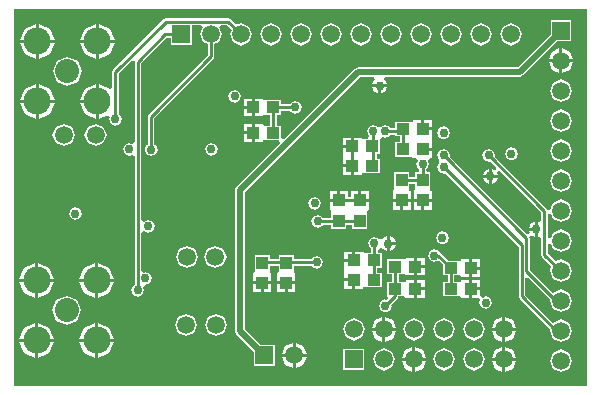
<source format=gbl>
%FSLAX43Y43*%
%MOMM*%
G71*
G01*
G75*
G04 Layer_Physical_Order=4*
G04 Layer_Color=16711680*
%ADD10O,1.500X0.600*%
%ADD11R,1.500X0.600*%
%ADD12O,1.800X0.300*%
%ADD13O,0.300X1.800*%
%ADD14O,0.700X1.500*%
%ADD15R,0.700X1.500*%
%ADD16R,0.350X1.200*%
%ADD17R,1.000X1.100*%
%ADD18R,2.541X1.500*%
%ADD19R,1.500X1.500*%
%ADD20R,1.150X0.450*%
%ADD21R,1.700X1.100*%
%ADD22R,1.100X1.000*%
%ADD23C,0.254*%
%ADD24C,0.500*%
%ADD25C,1.000*%
%ADD26C,0.762*%
%ADD27C,1.500*%
%ADD28R,1.500X1.500*%
%ADD29C,2.286*%
%ADD30C,2.032*%
%ADD31C,0.254*%
%ADD32C,1.016*%
%ADD33C,1.524*%
%ADD34C,1.916*%
G04:AMPARAMS|DCode=35|XSize=2.424mm|YSize=2.424mm|CornerRadius=0mm|HoleSize=0mm|Usage=FLASHONLY|Rotation=0.000|XOffset=0mm|YOffset=0mm|HoleType=Round|Shape=Relief|Width=0.254mm|Gap=0.254mm|Entries=4|*
%AMTHD35*
7,0,0,2.424,1.916,0.254,45*
%
%ADD35THD35*%
G04:AMPARAMS|DCode=36|XSize=2.032mm|YSize=2.032mm|CornerRadius=0mm|HoleSize=0mm|Usage=FLASHONLY|Rotation=0.000|XOffset=0mm|YOffset=0mm|HoleType=Round|Shape=Relief|Width=0.254mm|Gap=0.254mm|Entries=4|*
%AMTHD36*
7,0,0,2.032,1.524,0.254,45*
%
%ADD36THD36*%
%ADD37C,2.718*%
%ADD38C,2.516*%
%ADD39C,1.219*%
G36*
X76625Y38075D02*
X76625Y38075D01*
X76625Y38075D01*
X76615Y38050D01*
X28150D01*
Y69900D01*
X28150Y69900D01*
X28150Y69900D01*
X28160Y69925D01*
X76625D01*
Y38075D01*
D02*
G37*
%LPC*%
G36*
X34988Y46838D02*
X33655D01*
X34046Y45896D01*
X34988Y45506D01*
Y46838D01*
D02*
G37*
G36*
X36575D02*
X35242D01*
Y45506D01*
X36184Y45896D01*
X36575Y46838D01*
D02*
G37*
G36*
X29908D02*
X28576D01*
X28966Y45896D01*
X29908Y45506D01*
Y46838D01*
D02*
G37*
G36*
X31494D02*
X30162D01*
Y45506D01*
X31104Y45896D01*
X31494Y46838D01*
D02*
G37*
G36*
X51054Y46609D02*
X50427D01*
Y45932D01*
X51054D01*
Y46609D01*
D02*
G37*
G36*
X51935D02*
X51308D01*
Y45932D01*
X51935D01*
Y46609D01*
D02*
G37*
G36*
X49022D02*
X48395D01*
Y45932D01*
X49022D01*
Y46609D01*
D02*
G37*
G36*
X49903D02*
X49276D01*
Y45932D01*
X49903D01*
Y46609D01*
D02*
G37*
G36*
X59563Y43833D02*
Y42926D01*
X60470D01*
X60204Y43567D01*
X59563Y43833D01*
D02*
G37*
G36*
X69469D02*
X68828Y43567D01*
X68562Y42926D01*
X69469D01*
Y43833D01*
D02*
G37*
G36*
X45225Y44149D02*
X44554Y43871D01*
X44276Y43200D01*
X44554Y42529D01*
X45225Y42251D01*
X45896Y42529D01*
X46174Y43200D01*
X45896Y43871D01*
X45225Y44149D01*
D02*
G37*
G36*
X59309Y43833D02*
X58668Y43567D01*
X58402Y42926D01*
X59309D01*
Y43833D01*
D02*
G37*
G36*
X67606Y46101D02*
X66929D01*
Y45474D01*
X67447D01*
X67475Y45433D01*
D01*
X67588Y45263D01*
X67500Y45050D01*
X67661Y44661D01*
X68050Y44500D01*
X68439Y44661D01*
X68600Y45050D01*
X68439Y45439D01*
X68050Y45600D01*
X67817Y45503D01*
X67655Y45612D01*
Y45612D01*
X67606Y45645D01*
Y46101D01*
D02*
G37*
G36*
X62907D02*
X62230D01*
Y45474D01*
X62907D01*
Y46101D01*
D02*
G37*
G36*
X69723Y43833D02*
Y42926D01*
X70630D01*
X70364Y43567D01*
X69723Y43833D01*
D02*
G37*
G36*
X32575Y45662D02*
X31700Y45300D01*
X31338Y44425D01*
X31700Y43550D01*
X32575Y43188D01*
X33450Y43550D01*
X33812Y44425D01*
X33450Y45300D01*
X32575Y45662D01*
D02*
G37*
G36*
X56769Y46863D02*
X56092D01*
Y46236D01*
X56769D01*
Y46863D01*
D02*
G37*
G36*
X42775Y49874D02*
X42104Y49596D01*
X41826Y48925D01*
X42104Y48254D01*
X42775Y47976D01*
X43446Y48254D01*
X43724Y48925D01*
X43446Y49596D01*
X42775Y49874D01*
D02*
G37*
G36*
X45175D02*
X44504Y49596D01*
X44226Y48925D01*
X44504Y48254D01*
X45175Y47976D01*
X45846Y48254D01*
X46124Y48925D01*
X45846Y49596D01*
X45175Y49874D01*
D02*
G37*
G36*
X61973Y48879D02*
X61296D01*
Y48752D01*
X61077D01*
Y48752D01*
X59723D01*
Y47498D01*
X60128D01*
Y46855D01*
X59726D01*
Y45601D01*
X59726Y45601D01*
X59726D01*
X59765Y45507D01*
X59585Y45327D01*
X59555Y45340D01*
X59166Y45179D01*
X59005Y44790D01*
X59166Y44401D01*
X59555Y44240D01*
X59944Y44401D01*
X60105Y44790D01*
X60058Y44904D01*
X60597Y45444D01*
X60597Y45444D01*
X60621Y45501D01*
X60663Y45601D01*
X61080D01*
Y45601D01*
X61172D01*
X61299Y45474D01*
Y45474D01*
X61976D01*
Y46228D01*
Y46982D01*
X61299D01*
Y46855D01*
X61080D01*
Y46855D01*
X60678D01*
Y47498D01*
X61077D01*
Y47498D01*
X61169D01*
X61296Y47371D01*
Y47371D01*
X61973D01*
Y48125D01*
Y48879D01*
D02*
G37*
G36*
X62904Y47998D02*
X62227D01*
Y47371D01*
X62904D01*
Y47998D01*
D02*
G37*
G36*
X51808Y49113D02*
X50554D01*
Y48750D01*
X49776D01*
Y49113D01*
X48522D01*
Y47759D01*
X48522D01*
Y47667D01*
X48395Y47540D01*
X48395D01*
Y46863D01*
X49903D01*
Y47540D01*
X49776D01*
Y47759D01*
X49776D01*
Y48200D01*
X50554D01*
Y47759D01*
X50554D01*
Y47667D01*
X50427Y47540D01*
X50427D01*
Y46863D01*
X51935D01*
Y47540D01*
X51808D01*
Y47759D01*
X51808D01*
Y48200D01*
X53324D01*
X53371Y48086D01*
X53760Y47925D01*
X54149Y48086D01*
X54310Y48475D01*
X54149Y48864D01*
X53760Y49025D01*
X53371Y48864D01*
X53324Y48750D01*
X51808D01*
Y49113D01*
D02*
G37*
G36*
X56769Y49395D02*
X56092D01*
Y48768D01*
X56769D01*
Y49395D01*
D02*
G37*
G36*
X67604Y48754D02*
X66927D01*
Y48127D01*
X67604D01*
Y48754D01*
D02*
G37*
G36*
X62904Y48879D02*
X62227D01*
Y48252D01*
X62904D01*
Y48879D01*
D02*
G37*
G36*
X29908Y48424D02*
X28966Y48034D01*
X28576Y47092D01*
X29908D01*
Y48424D01*
D02*
G37*
G36*
X30162D02*
Y47092D01*
X31494D01*
X31104Y48034D01*
X30162Y48424D01*
D02*
G37*
G36*
X62907Y46982D02*
X62230D01*
Y46355D01*
X62907D01*
Y46982D01*
D02*
G37*
G36*
X67606D02*
X66929D01*
Y46355D01*
X67606D01*
Y46982D01*
D02*
G37*
G36*
X63725Y49600D02*
X63336Y49439D01*
X63175Y49050D01*
X63336Y48661D01*
X63725Y48500D01*
X64069Y48643D01*
X64423Y48288D01*
Y47373D01*
X64827D01*
Y46855D01*
X64425D01*
Y45601D01*
X65779D01*
Y45601D01*
X65871D01*
X65998Y45474D01*
Y45474D01*
X66675D01*
Y46228D01*
Y46982D01*
X65998D01*
Y46855D01*
X65779D01*
Y46855D01*
X65377D01*
Y47373D01*
X65777D01*
Y47373D01*
X65869D01*
X65996Y47246D01*
Y47246D01*
X66673D01*
Y48000D01*
Y48754D01*
X65996D01*
Y48627D01*
X65777D01*
Y48627D01*
X64862D01*
X64244Y49244D01*
X64184Y49269D01*
X64114Y49439D01*
X63725Y49600D01*
D02*
G37*
G36*
X67604Y47873D02*
X66927D01*
Y47246D01*
X67604D01*
Y47873D01*
D02*
G37*
G36*
X34988Y48424D02*
X34046Y48034D01*
X33655Y47092D01*
X34988D01*
Y48424D01*
D02*
G37*
G36*
X35242D02*
Y47092D01*
X36575D01*
X36184Y48034D01*
X35242Y48424D01*
D02*
G37*
G36*
X42675Y44149D02*
X42004Y43871D01*
X41726Y43200D01*
X42004Y42529D01*
X42675Y42251D01*
X43346Y42529D01*
X43624Y43200D01*
X43346Y43871D01*
X42675Y44149D01*
D02*
G37*
G36*
X52899Y40473D02*
X51992D01*
Y39566D01*
X52633Y39832D01*
X52899Y40473D01*
D02*
G37*
G36*
X61849Y41293D02*
X61208Y41027D01*
X60942Y40386D01*
X61849D01*
Y41293D01*
D02*
G37*
G36*
X57773Y41136D02*
X56019D01*
Y39382D01*
X57773D01*
Y41136D01*
D02*
G37*
G36*
X51738Y40473D02*
X50831D01*
X51097Y39832D01*
X51738Y39566D01*
Y40473D01*
D02*
G37*
G36*
X69723Y41293D02*
Y40386D01*
X70630D01*
X70364Y41027D01*
X69723Y41293D01*
D02*
G37*
G36*
X29908Y41758D02*
X28576D01*
X28966Y40816D01*
X29908Y40425D01*
Y41758D01*
D02*
G37*
G36*
X62103Y41293D02*
Y40386D01*
X63010D01*
X62744Y41027D01*
X62103Y41293D01*
D02*
G37*
G36*
X69469D02*
X68828Y41027D01*
X68562Y40386D01*
X69469D01*
Y41293D01*
D02*
G37*
G36*
X63010Y40132D02*
X62103D01*
Y39225D01*
X62744Y39491D01*
X63010Y40132D01*
D02*
G37*
G36*
X69469D02*
X68562D01*
X68828Y39491D01*
X69469Y39225D01*
Y40132D01*
D02*
G37*
G36*
X74425Y41109D02*
X73754Y40831D01*
X73476Y40160D01*
X73754Y39489D01*
X74425Y39211D01*
X75096Y39489D01*
X75374Y40160D01*
X75096Y40831D01*
X74425Y41109D01*
D02*
G37*
G36*
X61849Y40132D02*
X60942D01*
X61208Y39491D01*
X61849Y39225D01*
Y40132D01*
D02*
G37*
G36*
X64516Y41208D02*
X63845Y40930D01*
X63567Y40259D01*
X63845Y39588D01*
X64516Y39310D01*
X65187Y39588D01*
X65465Y40259D01*
X65187Y40930D01*
X64516Y41208D01*
D02*
G37*
G36*
X67056D02*
X66385Y40930D01*
X66107Y40259D01*
X66385Y39588D01*
X67056Y39310D01*
X67727Y39588D01*
X68005Y40259D01*
X67727Y40930D01*
X67056Y41208D01*
D02*
G37*
G36*
X70630Y40132D02*
X69723D01*
Y39225D01*
X70364Y39491D01*
X70630Y40132D01*
D02*
G37*
G36*
X59436Y41208D02*
X58765Y40930D01*
X58487Y40259D01*
X58765Y39588D01*
X59436Y39310D01*
X60107Y39588D01*
X60385Y40259D01*
X60107Y40930D01*
X59436Y41208D01*
D02*
G37*
G36*
X31494Y41758D02*
X30162D01*
Y40425D01*
X31104Y40816D01*
X31494Y41758D01*
D02*
G37*
G36*
X64516Y43748D02*
X63845Y43470D01*
X63567Y42799D01*
X63845Y42128D01*
X64516Y41850D01*
X65187Y42128D01*
X65465Y42799D01*
X65187Y43470D01*
X64516Y43748D01*
D02*
G37*
G36*
X67056D02*
X66385Y43470D01*
X66107Y42799D01*
X66385Y42128D01*
X67056Y41850D01*
X67727Y42128D01*
X68005Y42799D01*
X67727Y43470D01*
X67056Y43748D01*
D02*
G37*
G36*
X56896D02*
X56225Y43470D01*
X55947Y42799D01*
X56225Y42128D01*
X56896Y41850D01*
X57567Y42128D01*
X57845Y42799D01*
X57567Y43470D01*
X56896Y43748D01*
D02*
G37*
G36*
X61976D02*
X61305Y43470D01*
X61027Y42799D01*
X61305Y42128D01*
X61976Y41850D01*
X62647Y42128D01*
X62925Y42799D01*
X62647Y43470D01*
X61976Y43748D01*
D02*
G37*
G36*
X34988Y43345D02*
X34046Y42954D01*
X33655Y42012D01*
X34988D01*
Y43345D01*
D02*
G37*
G36*
X35242D02*
Y42012D01*
X36575D01*
X36184Y42954D01*
X35242Y43345D01*
D02*
G37*
G36*
X29908D02*
X28966Y42954D01*
X28576Y42012D01*
X29908D01*
Y43345D01*
D02*
G37*
G36*
X30162D02*
Y42012D01*
X31494D01*
X31104Y42954D01*
X30162Y43345D01*
D02*
G37*
G36*
X51738Y41634D02*
X51097Y41368D01*
X50831Y40727D01*
X51738D01*
Y41634D01*
D02*
G37*
G36*
X51992D02*
Y40727D01*
X52899D01*
X52633Y41368D01*
X51992Y41634D01*
D02*
G37*
G36*
X34988Y41758D02*
X33655D01*
X34046Y40816D01*
X34988Y40425D01*
Y41758D01*
D02*
G37*
G36*
X36575D02*
X35242D01*
Y40425D01*
X36184Y40816D01*
X36575Y41758D01*
D02*
G37*
G36*
X69469Y42672D02*
X68562D01*
X68828Y42031D01*
X69469Y41765D01*
Y42672D01*
D02*
G37*
G36*
X70630D02*
X69723D01*
Y41765D01*
X70364Y42031D01*
X70630Y42672D01*
D02*
G37*
G36*
X59309D02*
X58402D01*
X58668Y42031D01*
X59309Y41765D01*
Y42672D01*
D02*
G37*
G36*
X60470D02*
X59563D01*
Y41765D01*
X60204Y42031D01*
X60470Y42672D01*
D02*
G37*
G36*
X60460Y49948D02*
X59952D01*
Y49440D01*
X60311Y49589D01*
X60460Y49948D01*
D02*
G37*
G36*
X74298Y65433D02*
X73391D01*
X73657Y64792D01*
X74298Y64526D01*
Y65433D01*
D02*
G37*
G36*
X75459D02*
X74552D01*
Y64526D01*
X75193Y64792D01*
X75459Y65433D01*
D02*
G37*
G36*
X59710Y63298D02*
X59202D01*
Y62790D01*
X59561Y62939D01*
X59710Y63298D01*
D02*
G37*
G36*
X32639Y65880D02*
X31764Y65518D01*
X31402Y64643D01*
X31764Y63768D01*
X32639Y63406D01*
X33514Y63768D01*
X33876Y64643D01*
X33514Y65518D01*
X32639Y65880D01*
D02*
G37*
G36*
X74552Y66594D02*
Y65687D01*
X75459D01*
X75193Y66328D01*
X74552Y66594D01*
D02*
G37*
G36*
X29972Y67056D02*
X28639D01*
X29030Y66114D01*
X29972Y65724D01*
Y67056D01*
D02*
G37*
G36*
X75302Y68977D02*
X73548D01*
Y67800D01*
X70756Y65008D01*
X57275D01*
X57275Y65008D01*
X57131Y64948D01*
X56986Y64889D01*
X56986Y64889D01*
X50999Y58901D01*
X50764Y58998D01*
Y60063D01*
X50362D01*
Y60968D01*
X50764D01*
Y61320D01*
X51507D01*
X51554Y61206D01*
X51943Y61045D01*
X52332Y61206D01*
X52493Y61595D01*
X52332Y61984D01*
X51943Y62145D01*
X51554Y61984D01*
X51507Y61870D01*
X50764D01*
Y62222D01*
X49410D01*
Y62222D01*
X49318D01*
X49191Y62349D01*
Y62349D01*
X48514D01*
Y61595D01*
Y60841D01*
X49191D01*
Y60968D01*
X49410D01*
Y60968D01*
X49812D01*
Y60063D01*
X49410D01*
Y60063D01*
X49318D01*
X49191Y60190D01*
Y60190D01*
X48514D01*
Y59436D01*
Y58682D01*
X49191D01*
Y58809D01*
X49410D01*
Y58809D01*
X50575D01*
X50672Y58574D01*
X46961Y54864D01*
X46842Y54575D01*
X46842Y54575D01*
Y42675D01*
X46842Y42675D01*
X46961Y42386D01*
X48448Y40900D01*
Y39723D01*
X50202D01*
Y41477D01*
X49025D01*
X47658Y42844D01*
Y54406D01*
X57444Y64192D01*
X58616D01*
X58666Y63943D01*
X58589Y63911D01*
X58440Y63552D01*
X59710D01*
X59561Y63911D01*
X59484Y63943D01*
X59534Y64192D01*
X70925D01*
X70925Y64192D01*
X71214Y64311D01*
X74125Y67223D01*
X75302D01*
Y68977D01*
D02*
G37*
G36*
X74298Y66594D02*
X73657Y66328D01*
X73391Y65687D01*
X74298D01*
Y66594D01*
D02*
G37*
G36*
X58948Y63298D02*
X58440D01*
X58589Y62939D01*
X58948Y62790D01*
Y63298D01*
D02*
G37*
G36*
X48260Y62349D02*
X47583D01*
Y61722D01*
X48260D01*
Y62349D01*
D02*
G37*
G36*
X46800Y63100D02*
X46411Y62939D01*
X46250Y62550D01*
X46411Y62161D01*
X46800Y62000D01*
X47189Y62161D01*
X47350Y62550D01*
X47189Y62939D01*
X46800Y63100D01*
D02*
G37*
G36*
X35052Y61976D02*
X33720D01*
X34110Y61034D01*
X35052Y60644D01*
Y61976D01*
D02*
G37*
G36*
X48260Y61468D02*
X47583D01*
Y60841D01*
X48260D01*
Y61468D01*
D02*
G37*
G36*
X30226Y63562D02*
Y62230D01*
X31559D01*
X31168Y63172D01*
X30226Y63562D01*
D02*
G37*
G36*
X35052D02*
X34110Y63172D01*
X33720Y62230D01*
X35052D01*
Y63562D01*
D02*
G37*
G36*
X74425Y63969D02*
X73754Y63691D01*
X73476Y63020D01*
X73754Y62349D01*
X74425Y62071D01*
X75096Y62349D01*
X75374Y63020D01*
X75096Y63691D01*
X74425Y63969D01*
D02*
G37*
G36*
X29972Y63562D02*
X29030Y63172D01*
X28639Y62230D01*
X29972D01*
Y63562D01*
D02*
G37*
G36*
X70215Y68724D02*
X69544Y68446D01*
X69266Y67775D01*
X69544Y67104D01*
X70215Y66826D01*
X70886Y67104D01*
X71164Y67775D01*
X70886Y68446D01*
X70215Y68724D01*
D02*
G37*
G36*
X29972Y68643D02*
X29030Y68252D01*
X28639Y67310D01*
X29972D01*
Y68643D01*
D02*
G37*
G36*
X65135Y68724D02*
X64464Y68446D01*
X64186Y67775D01*
X64464Y67104D01*
X65135Y66826D01*
X65806Y67104D01*
X66084Y67775D01*
X65806Y68446D01*
X65135Y68724D01*
D02*
G37*
G36*
X67675D02*
X67004Y68446D01*
X66726Y67775D01*
X67004Y67104D01*
X67675Y66826D01*
X68346Y67104D01*
X68624Y67775D01*
X68346Y68446D01*
X67675Y68724D01*
D02*
G37*
G36*
X35306Y68643D02*
Y67310D01*
X36639D01*
X36248Y68252D01*
X35306Y68643D01*
D02*
G37*
G36*
X46275Y69130D02*
X46275Y69130D01*
X40955D01*
X40955Y69130D01*
X40858Y69090D01*
X40761Y69049D01*
X40761Y69049D01*
X36509Y64797D01*
X36428Y64603D01*
X36428Y64603D01*
Y63326D01*
X36217Y63185D01*
X35306Y63562D01*
Y62103D01*
Y60644D01*
X36047Y60950D01*
X36226Y60771D01*
X36153Y60594D01*
X36314Y60205D01*
X36703Y60044D01*
X37092Y60205D01*
X37253Y60594D01*
X37092Y60983D01*
X36978Y61030D01*
Y64489D01*
X38146Y65657D01*
X38357Y65516D01*
X38333Y65458D01*
X38333Y65458D01*
Y58639D01*
X38122Y58498D01*
X37875Y58600D01*
X37486Y58439D01*
X37325Y58050D01*
X37486Y57661D01*
X37875Y57500D01*
X38122Y57602D01*
X38333Y57461D01*
Y46537D01*
X38219Y46490D01*
X38058Y46101D01*
X38219Y45712D01*
X38608Y45551D01*
X38997Y45712D01*
X39158Y46101D01*
X39034Y46400D01*
X39214Y46579D01*
X39243Y46567D01*
X39632Y46728D01*
X39793Y47117D01*
X39632Y47506D01*
X39243Y47667D01*
X39094Y47605D01*
X38883Y47746D01*
Y50992D01*
X39094Y51133D01*
X39475Y50975D01*
X39864Y51136D01*
X40025Y51525D01*
X39864Y51914D01*
X39475Y52075D01*
X39094Y51917D01*
X38883Y52058D01*
Y65344D01*
X41039Y67500D01*
X41398D01*
Y66898D01*
X43152D01*
Y68580D01*
X43971D01*
X44112Y68369D01*
X43866Y67775D01*
X44144Y67104D01*
X44540Y66940D01*
Y66029D01*
X39531Y61019D01*
X39450Y60825D01*
X39450Y60825D01*
Y58461D01*
X39336Y58414D01*
X39175Y58025D01*
X39336Y57636D01*
X39725Y57475D01*
X40114Y57636D01*
X40275Y58025D01*
X40114Y58414D01*
X40000Y58461D01*
Y60711D01*
X45009Y65721D01*
X45009Y65721D01*
X45033Y65778D01*
X45090Y65915D01*
X45090Y65915D01*
Y66940D01*
X45486Y67104D01*
X45764Y67775D01*
X45518Y68369D01*
X45659Y68580D01*
X46161D01*
X46570Y68171D01*
X46406Y67775D01*
X46684Y67104D01*
X47355Y66826D01*
X48026Y67104D01*
X48304Y67775D01*
X48026Y68446D01*
X47355Y68724D01*
X46959Y68560D01*
X46469Y69049D01*
X46275Y69130D01*
D02*
G37*
G36*
X30226Y68643D02*
Y67310D01*
X31559D01*
X31168Y68252D01*
X30226Y68643D01*
D02*
G37*
G36*
X35052D02*
X34110Y68252D01*
X33720Y67310D01*
X35052D01*
Y68643D01*
D02*
G37*
G36*
X62595Y68724D02*
X61924Y68446D01*
X61646Y67775D01*
X61924Y67104D01*
X62595Y66826D01*
X63266Y67104D01*
X63544Y67775D01*
X63266Y68446D01*
X62595Y68724D01*
D02*
G37*
G36*
X36639Y67056D02*
X35306D01*
Y65724D01*
X36248Y66114D01*
X36639Y67056D01*
D02*
G37*
G36*
X49895Y68724D02*
X49224Y68446D01*
X48946Y67775D01*
X49224Y67104D01*
X49895Y66826D01*
X50566Y67104D01*
X50844Y67775D01*
X50566Y68446D01*
X49895Y68724D01*
D02*
G37*
G36*
X31559Y67056D02*
X30226D01*
Y65724D01*
X31168Y66114D01*
X31559Y67056D01*
D02*
G37*
G36*
X35052D02*
X33720D01*
X34110Y66114D01*
X35052Y65724D01*
Y67056D01*
D02*
G37*
G36*
X57515Y68724D02*
X56844Y68446D01*
X56566Y67775D01*
X56844Y67104D01*
X57515Y66826D01*
X58186Y67104D01*
X58464Y67775D01*
X58186Y68446D01*
X57515Y68724D01*
D02*
G37*
G36*
X60055D02*
X59384Y68446D01*
X59106Y67775D01*
X59384Y67104D01*
X60055Y66826D01*
X60726Y67104D01*
X61004Y67775D01*
X60726Y68446D01*
X60055Y68724D01*
D02*
G37*
G36*
X52435D02*
X51764Y68446D01*
X51486Y67775D01*
X51764Y67104D01*
X52435Y66826D01*
X53106Y67104D01*
X53384Y67775D01*
X53106Y68446D01*
X52435Y68724D01*
D02*
G37*
G36*
X54975D02*
X54304Y68446D01*
X54026Y67775D01*
X54304Y67104D01*
X54975Y66826D01*
X55646Y67104D01*
X55924Y67775D01*
X55646Y68446D01*
X54975Y68724D01*
D02*
G37*
G36*
X58158Y54525D02*
X57531D01*
Y53848D01*
X58158D01*
Y54525D01*
D02*
G37*
G36*
X57277D02*
X56650D01*
Y53996D01*
X56380D01*
Y54525D01*
X55753D01*
Y53721D01*
X55626D01*
Y53594D01*
X54872D01*
Y52917D01*
X54999D01*
Y52698D01*
X54999D01*
Y52218D01*
X54284D01*
X54237Y52332D01*
X53848Y52493D01*
X53459Y52332D01*
X53298Y51943D01*
X53459Y51554D01*
X53848Y51393D01*
X54237Y51554D01*
X54284Y51668D01*
X54999D01*
Y51344D01*
X56253D01*
Y51668D01*
X56777D01*
Y51344D01*
X58031D01*
Y52698D01*
X58031D01*
Y52790D01*
X58158Y52917D01*
X58158D01*
Y53594D01*
X57404D01*
Y53721D01*
X57277D01*
Y54525D01*
D02*
G37*
G36*
X53594Y54017D02*
X53205Y53856D01*
X53044Y53467D01*
X53205Y53078D01*
X53594Y52917D01*
X53983Y53078D01*
X54144Y53467D01*
X53983Y53856D01*
X53594Y54017D01*
D02*
G37*
G36*
X55499Y54525D02*
X54872D01*
Y53848D01*
X55499D01*
Y54525D01*
D02*
G37*
G36*
X69088Y55626D02*
X68580D01*
Y55118D01*
X68939Y55267D01*
X69088Y55626D01*
D02*
G37*
G36*
X68326Y56388D02*
X67967Y56239D01*
X67818Y55880D01*
X68326D01*
Y56388D01*
D02*
G37*
G36*
X74425Y56349D02*
X73754Y56071D01*
X73476Y55400D01*
X73754Y54729D01*
X74425Y54451D01*
X75096Y54729D01*
X75374Y55400D01*
X75096Y56071D01*
X74425Y56349D01*
D02*
G37*
G36*
X68326Y55626D02*
X67818D01*
X67967Y55267D01*
X68326Y55118D01*
Y55626D01*
D02*
G37*
G36*
X63492Y53594D02*
X62865D01*
Y52917D01*
X63492D01*
Y53594D01*
D02*
G37*
G36*
X59698Y50710D02*
X59339Y50561D01*
X59288Y50439D01*
X59034Y50439D01*
X59014Y50489D01*
X58625Y50650D01*
X58236Y50489D01*
X58075Y50100D01*
X58236Y49711D01*
X58350Y49664D01*
Y49268D01*
X57919D01*
Y49268D01*
X57827D01*
X57700Y49395D01*
Y49395D01*
X57023D01*
Y48641D01*
X56896D01*
Y48514D01*
X56092D01*
Y47924D01*
X56092D01*
X56092Y47924D01*
X56092Y47887D01*
Y47815D01*
Y47744D01*
X56092Y47707D01*
X56092Y47707D01*
X56092D01*
Y47117D01*
X56896D01*
Y46990D01*
X57023D01*
Y46236D01*
X57700D01*
Y46363D01*
X57919D01*
Y46363D01*
X59273D01*
Y47617D01*
X58871D01*
Y48014D01*
X59273D01*
Y49268D01*
X58900D01*
Y49556D01*
X59080Y49736D01*
X59278Y49736D01*
X59339Y49589D01*
X59698Y49440D01*
Y50075D01*
Y50710D01*
D02*
G37*
G36*
X72223Y51935D02*
X71864Y51786D01*
X71715Y51427D01*
X72223D01*
Y51935D01*
D02*
G37*
G36*
X64389Y51096D02*
X64000Y50935D01*
X63839Y50546D01*
X64000Y50157D01*
X64389Y49996D01*
X64778Y50157D01*
X64939Y50546D01*
X64778Y50935D01*
X64389Y51096D01*
D02*
G37*
G36*
X59952Y50710D02*
Y50202D01*
X60460D01*
X60311Y50561D01*
X59952Y50710D01*
D02*
G37*
G36*
X61714Y53594D02*
X61087D01*
Y52917D01*
X61714D01*
Y53594D01*
D02*
G37*
G36*
X62611D02*
X61984D01*
Y52917D01*
X62611D01*
Y53594D01*
D02*
G37*
G36*
X33325Y53150D02*
X32936Y52989D01*
X32775Y52600D01*
X32936Y52211D01*
X33325Y52050D01*
X33714Y52211D01*
X33875Y52600D01*
X33714Y52989D01*
X33325Y53150D01*
D02*
G37*
G36*
X60833Y53594D02*
X60206D01*
Y52917D01*
X60833D01*
Y53594D01*
D02*
G37*
G36*
X74425Y61429D02*
X73754Y61151D01*
X73476Y60480D01*
X73754Y59809D01*
X74425Y59531D01*
X75096Y59809D01*
X75374Y60480D01*
X75096Y61151D01*
X74425Y61429D01*
D02*
G37*
G36*
X48260Y60190D02*
X47583D01*
Y59563D01*
X48260D01*
Y60190D01*
D02*
G37*
G36*
Y59309D02*
X47583D01*
Y58682D01*
X48260D01*
Y59309D01*
D02*
G37*
G36*
X64516Y59986D02*
X64127Y59825D01*
X63966Y59436D01*
X64127Y59047D01*
X64516Y58886D01*
X64905Y59047D01*
X65066Y59436D01*
X64905Y59825D01*
X64516Y59986D01*
D02*
G37*
G36*
X29972Y61976D02*
X28639D01*
X29030Y61034D01*
X29972Y60644D01*
Y61976D01*
D02*
G37*
G36*
X31559D02*
X30226D01*
Y60644D01*
X31168Y61034D01*
X31559Y61976D01*
D02*
G37*
G36*
X62598Y60529D02*
X61921D01*
Y60402D01*
X61702D01*
Y60402D01*
X60348D01*
Y59838D01*
X59999D01*
X59952Y59952D01*
X59563Y60113D01*
X59174Y59952D01*
D01*
Y59952D01*
X58936D01*
Y59952D01*
X58547Y60113D01*
X58158Y59952D01*
X57997Y59563D01*
X58158Y59174D01*
X58170Y59169D01*
X58121Y58920D01*
X57792D01*
Y58920D01*
X57700D01*
X57573Y59047D01*
Y59047D01*
X56896D01*
Y58293D01*
X56769D01*
Y58166D01*
X55965D01*
Y57539D01*
X55965Y57539D01*
X55965Y57396D01*
X55965D01*
Y56769D01*
X56769D01*
Y56642D01*
X56896D01*
Y55888D01*
X57573D01*
Y56015D01*
X57792D01*
Y56015D01*
X59146D01*
Y57269D01*
X58822D01*
Y57666D01*
X59146D01*
Y58920D01*
X59146Y58920D01*
X59146Y58920D01*
X59171Y58981D01*
X59406Y59078D01*
X59563Y59013D01*
X59952Y59174D01*
X59999Y59288D01*
X60348D01*
Y59148D01*
X60763D01*
Y58666D01*
X60361D01*
Y57412D01*
X61715D01*
Y57412D01*
X61807D01*
X61934Y57285D01*
Y57285D01*
X62173D01*
X62314Y57074D01*
X62188Y56769D01*
X62349Y56380D01*
X62429Y56347D01*
X62379Y56098D01*
X62111D01*
Y55696D01*
X61587D01*
Y56098D01*
X60333D01*
Y54744D01*
X60333D01*
Y54652D01*
X60206Y54525D01*
X60206D01*
Y53848D01*
X61714D01*
Y54525D01*
X61587D01*
Y54744D01*
X61587D01*
Y55146D01*
X62111D01*
Y54744D01*
X62111D01*
Y54652D01*
X61984Y54525D01*
X61984D01*
Y53848D01*
X63492D01*
Y54525D01*
X63365D01*
Y54744D01*
X63365D01*
Y56098D01*
X63097D01*
X63047Y56347D01*
X63127Y56380D01*
X63288Y56769D01*
X63162Y57074D01*
X63303Y57285D01*
X63542D01*
Y57912D01*
X62738D01*
Y58166D01*
X63542D01*
Y58793D01*
X63529D01*
Y59021D01*
X63529D01*
Y59648D01*
X62725D01*
Y59775D01*
X62598D01*
Y60529D01*
D02*
G37*
G36*
X63529D02*
X62852D01*
Y59902D01*
X63529D01*
Y60529D01*
D02*
G37*
G36*
X56642Y59047D02*
X55965D01*
Y58420D01*
X56642D01*
Y59047D01*
D02*
G37*
G36*
X74425Y58889D02*
X73754Y58611D01*
X73476Y57940D01*
X73754Y57269D01*
X74425Y56991D01*
X75096Y57269D01*
X75374Y57940D01*
X75096Y58611D01*
X74425Y58889D01*
D02*
G37*
G36*
X70231Y58208D02*
X69842Y58047D01*
X69681Y57658D01*
X69842Y57269D01*
X70231Y57108D01*
X70620Y57269D01*
X70781Y57658D01*
X70620Y58047D01*
X70231Y58208D01*
D02*
G37*
G36*
X56642Y56515D02*
X55965D01*
Y55888D01*
X56642D01*
Y56515D01*
D02*
G37*
G36*
X68326Y58081D02*
X67937Y57920D01*
X67776Y57531D01*
X67937Y57142D01*
X68326Y56981D01*
X68440Y57028D01*
X68974Y56494D01*
X68893Y56372D01*
D01*
X68833Y56283D01*
X68580Y56388D01*
Y55880D01*
X69088D01*
X68983Y56133D01*
X69072Y56193D01*
D01*
X69194Y56274D01*
X72762Y52706D01*
Y52045D01*
X72551Y51904D01*
X72477Y51935D01*
Y51300D01*
Y50665D01*
X72551Y50696D01*
X72762Y50555D01*
Y49137D01*
X72762Y49137D01*
X72843Y48943D01*
X73631Y48154D01*
X73476Y47780D01*
X73754Y47109D01*
X74425Y46831D01*
X75096Y47109D01*
X75374Y47780D01*
X75096Y48451D01*
X74425Y48729D01*
X74007Y48556D01*
X73312Y49251D01*
Y50065D01*
X73561Y50114D01*
X73754Y49649D01*
X74425Y49371D01*
X75096Y49649D01*
X75374Y50320D01*
X75096Y50991D01*
X74425Y51269D01*
X73754Y50991D01*
X73561Y50526D01*
X73312Y50575D01*
Y52605D01*
X73561Y52654D01*
X73754Y52189D01*
X74425Y51911D01*
X75096Y52189D01*
X75374Y52860D01*
X75096Y53531D01*
X74425Y53809D01*
X73754Y53531D01*
X73513Y52949D01*
X73259Y52949D01*
X73255Y52957D01*
X73231Y53014D01*
X73231Y53014D01*
X68829Y57417D01*
X68876Y57531D01*
X68715Y57920D01*
X68326Y58081D01*
D02*
G37*
G36*
X32325Y60199D02*
X31654Y59921D01*
X31376Y59250D01*
X31654Y58579D01*
X32325Y58301D01*
X32996Y58579D01*
X33274Y59250D01*
X32996Y59921D01*
X32325Y60199D01*
D02*
G37*
G36*
X35025D02*
X34354Y59921D01*
X34076Y59250D01*
X34354Y58579D01*
X35025Y58301D01*
X35696Y58579D01*
X35974Y59250D01*
X35696Y59921D01*
X35025Y60199D01*
D02*
G37*
G36*
X64516Y58081D02*
X64127Y57920D01*
X63966Y57531D01*
X64127Y57142D01*
D01*
Y57142D01*
Y57142D01*
D01*
X64127Y56904D01*
X64127D01*
X63966Y56515D01*
X64127Y56126D01*
X64516Y55965D01*
X64630Y56012D01*
X70845Y49797D01*
Y45593D01*
X70845Y45593D01*
X70926Y45399D01*
X73519Y42805D01*
X73476Y42700D01*
X73754Y42029D01*
X74425Y41751D01*
X75096Y42029D01*
X75374Y42700D01*
X75096Y43371D01*
X74425Y43649D01*
X73754Y43371D01*
X73754Y43371D01*
Y43371D01*
X73734Y43367D01*
X71395Y45707D01*
Y47137D01*
X71630Y47235D01*
X73519Y45345D01*
X73476Y45240D01*
X73754Y44569D01*
X74425Y44291D01*
X75096Y44569D01*
X75374Y45240D01*
X75096Y45911D01*
X74425Y46189D01*
X73754Y45911D01*
X73754Y45911D01*
Y45911D01*
X73734Y45907D01*
X71776Y47866D01*
Y50546D01*
X71751Y50607D01*
X71930Y50787D01*
X72223Y50665D01*
Y51173D01*
X71715D01*
X71786Y51002D01*
X71575Y50861D01*
X65019Y57417D01*
X65066Y57531D01*
X64905Y57920D01*
X64516Y58081D01*
D02*
G37*
G36*
X44831Y58589D02*
X44442Y58428D01*
X44281Y58039D01*
X44442Y57650D01*
X44831Y57489D01*
X45220Y57650D01*
X45381Y58039D01*
X45220Y58428D01*
X44831Y58589D01*
D02*
G37*
%LPD*%
D17*
X57404Y52021D02*
D03*
Y53721D02*
D03*
X55626Y52021D02*
D03*
Y53721D02*
D03*
X51181Y48436D02*
D03*
Y46736D02*
D03*
X49149Y48436D02*
D03*
Y46736D02*
D03*
X62738Y55421D02*
D03*
Y53721D02*
D03*
X60960Y55421D02*
D03*
Y53721D02*
D03*
D19*
X42275Y67775D02*
D03*
X49325Y40600D02*
D03*
X56896Y40259D02*
D03*
D22*
X50087Y61595D02*
D03*
X48387D02*
D03*
X50087Y59436D02*
D03*
X48387D02*
D03*
X58596Y46990D02*
D03*
X56896D02*
D03*
X58596Y48641D02*
D03*
X56896D02*
D03*
X60403Y46228D02*
D03*
X62103D02*
D03*
X60400Y48125D02*
D03*
X62100D02*
D03*
X65102Y46228D02*
D03*
X66802D02*
D03*
X65100Y48000D02*
D03*
X66800D02*
D03*
X58469Y58293D02*
D03*
X56769D02*
D03*
X58469Y56642D02*
D03*
X56769D02*
D03*
X61025Y59775D02*
D03*
X62725D02*
D03*
X61038Y58039D02*
D03*
X62738D02*
D03*
D23*
X74041Y45212D02*
X74422D01*
X71501Y47752D02*
X74041Y45212D01*
Y42672D02*
X74422D01*
X71120Y45593D02*
X74041Y42672D01*
X36703Y60594D02*
Y64603D01*
X40955Y68855D01*
X46275D01*
X47355Y67775D01*
X38608Y46101D02*
Y65458D01*
X40925Y67775D01*
X42275D01*
X44815Y65915D02*
Y67775D01*
X39725Y60825D02*
X44815Y65915D01*
X39725Y58025D02*
Y60825D01*
X65102Y46228D02*
Y48050D01*
X64050Y49050D02*
X65100Y48000D01*
X63725Y49050D02*
X64050D01*
X53848Y51943D02*
X57355D01*
X50087Y61595D02*
X51943D01*
X50087Y59436D02*
Y61595D01*
X49149Y48436D02*
X49188Y48475D01*
X53760D01*
X58596Y46990D02*
Y48641D01*
X60403Y46228D02*
Y48125D01*
Y45638D02*
Y46228D01*
X59555Y44790D02*
X60403Y45638D01*
X58469Y56642D02*
X58547Y56720D01*
Y59563D01*
X59563D02*
X61038D01*
Y58039D02*
Y59563D01*
X68326Y57531D02*
X73037Y52820D01*
X64516Y57531D02*
X71501Y50546D01*
X64516Y56515D02*
X71120Y49911D01*
Y45593D02*
Y49911D01*
X73037Y49137D02*
Y52820D01*
Y49137D02*
X74422Y47752D01*
X71501D02*
Y50546D01*
X60960Y55421D02*
X62738D01*
X56769Y56642D02*
Y58293D01*
X55626Y53721D02*
X57404D01*
X62738Y55421D02*
Y56769D01*
X62877D01*
X58625Y48670D02*
Y50100D01*
D24*
X70925Y64600D02*
X74425Y68100D01*
X57275Y64600D02*
X70925D01*
X47250Y54575D02*
X57275Y64600D01*
X47250Y42675D02*
Y54575D01*
Y42675D02*
X49325Y40600D01*
D26*
X59075Y63425D02*
D03*
X39725Y58025D02*
D03*
X33325Y52600D02*
D03*
X37875Y58050D02*
D03*
X53848Y51943D02*
D03*
X53760Y48475D02*
D03*
X51943Y61595D02*
D03*
X58625Y50100D02*
D03*
X59555Y44790D02*
D03*
X63725Y49050D02*
D03*
X58547Y59563D02*
D03*
X59563D02*
D03*
X68326Y57531D02*
D03*
X64516D02*
D03*
Y56515D02*
D03*
X38608Y46101D02*
D03*
X44831Y58039D02*
D03*
X46800Y62550D02*
D03*
X39475Y51525D02*
D03*
X39243Y47117D02*
D03*
X64516Y59436D02*
D03*
X70231Y57658D02*
D03*
X64389Y50546D02*
D03*
X53594Y53467D02*
D03*
X72350Y51300D02*
D03*
X68453Y55753D02*
D03*
X36703Y60594D02*
D03*
X62738Y56769D02*
D03*
X68050Y45050D02*
D03*
X59825Y50075D02*
D03*
D27*
X42675Y43200D02*
D03*
X42775Y48925D02*
D03*
X74425Y40160D02*
D03*
Y42700D02*
D03*
Y45240D02*
D03*
Y47780D02*
D03*
Y50320D02*
D03*
Y52860D02*
D03*
Y55400D02*
D03*
Y57940D02*
D03*
Y60480D02*
D03*
Y63020D02*
D03*
Y65560D02*
D03*
X70215Y67775D02*
D03*
X67675D02*
D03*
X65135D02*
D03*
X62595D02*
D03*
X60055D02*
D03*
X57515D02*
D03*
X54975D02*
D03*
X52435D02*
D03*
X49895D02*
D03*
X47355D02*
D03*
X44815D02*
D03*
X35025Y59250D02*
D03*
X51865Y40600D02*
D03*
X56896Y42799D02*
D03*
X59436Y40259D02*
D03*
Y42799D02*
D03*
X61976Y40259D02*
D03*
Y42799D02*
D03*
X64516Y40259D02*
D03*
Y42799D02*
D03*
X67056Y40259D02*
D03*
Y42799D02*
D03*
X69596Y40259D02*
D03*
Y42799D02*
D03*
X45175Y48925D02*
D03*
X45225Y43200D02*
D03*
X32325Y59250D02*
D03*
D28*
X74425Y68100D02*
D03*
D29*
X30099Y62103D02*
D03*
X35179D02*
D03*
Y67183D02*
D03*
X30099D02*
D03*
X30035Y41885D02*
D03*
X35115D02*
D03*
Y46965D02*
D03*
X30035D02*
D03*
D30*
X32639Y64643D02*
D03*
X32575Y44425D02*
D03*
D31*
X71400Y44100D02*
D03*
X72450Y42000D02*
D03*
X71400Y39900D02*
D03*
X67200Y60900D02*
D03*
Y44100D02*
D03*
X65100Y52500D02*
D03*
X64050Y54600D02*
D03*
X63000Y52500D02*
D03*
X61950Y63000D02*
D03*
X60900Y56700D02*
D03*
Y52500D02*
D03*
X61950Y50400D02*
D03*
X59850Y54600D02*
D03*
X58800Y52500D02*
D03*
X57750Y50400D02*
D03*
X56700Y44100D02*
D03*
X54600Y56700D02*
D03*
X55650Y50400D02*
D03*
X54600Y44100D02*
D03*
X55650Y42000D02*
D03*
X54600Y39900D02*
D03*
X53550Y67200D02*
D03*
Y58800D02*
D03*
Y54600D02*
D03*
Y50400D02*
D03*
X52500Y44100D02*
D03*
X53550Y42000D02*
D03*
X50400Y44100D02*
D03*
X51450Y42000D02*
D03*
X48300Y44100D02*
D03*
X49350Y42000D02*
D03*
X46200Y65100D02*
D03*
Y60900D02*
D03*
Y44100D02*
D03*
X45150Y63000D02*
D03*
Y54600D02*
D03*
X42000Y65100D02*
D03*
X43050Y63000D02*
D03*
Y42000D02*
D03*
X39900Y56700D02*
D03*
X40950Y54600D02*
D03*
X39900Y48300D02*
D03*
X37800Y52500D02*
D03*
Y48300D02*
D03*
X38850Y42000D02*
D03*
X35700Y56700D02*
D03*
Y52500D02*
D03*
X36750Y50400D02*
D03*
Y46200D02*
D03*
X35700Y39900D02*
D03*
X33600Y60900D02*
D03*
X34650Y54600D02*
D03*
Y50400D02*
D03*
X33600Y48300D02*
D03*
Y39900D02*
D03*
X32550Y67200D02*
D03*
Y63000D02*
D03*
X31500Y52500D02*
D03*
Y48300D02*
D03*
X32550Y46200D02*
D03*
Y42000D02*
D03*
X31500Y39900D02*
D03*
X29400Y65100D02*
D03*
X30450Y58800D02*
D03*
X29400Y56700D02*
D03*
X30450Y54600D02*
D03*
X29400Y52500D02*
D03*
Y44100D02*
D03*
Y39900D02*
D03*
M02*

</source>
